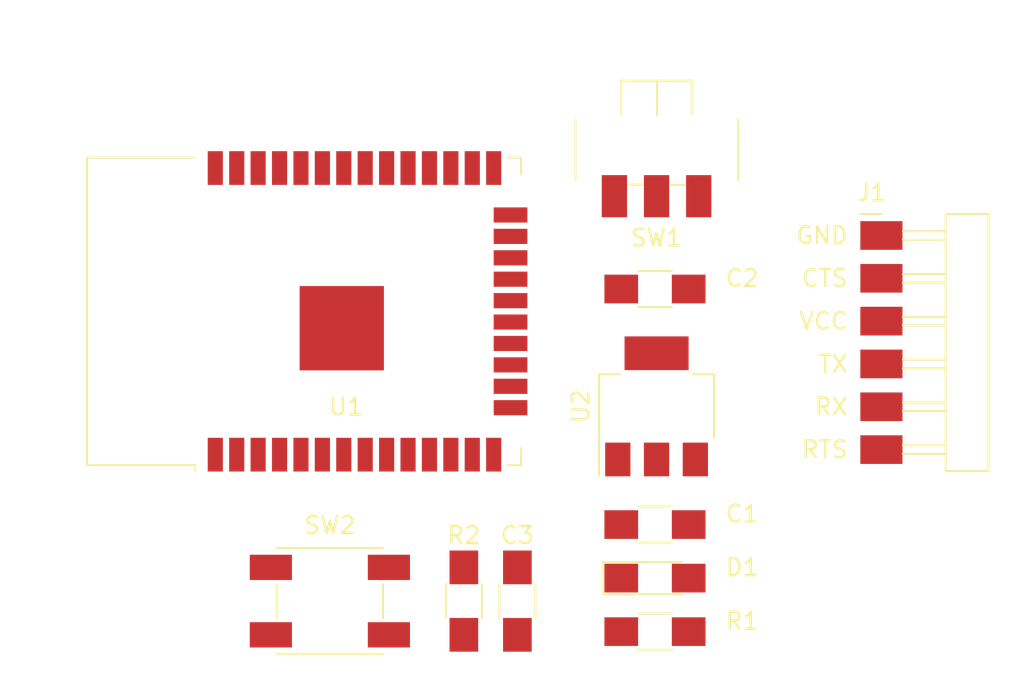
<source format=kicad_pcb>
(kicad_pcb (version 20171130) (host pcbnew "(5.1.10)-1")

  (general
    (thickness 1.6)
    (drawings 0)
    (tracks 0)
    (zones 0)
    (modules 11)
    (nets 42)
  )

  (page A4)
  (title_block
    (title "FA ESP32")
    (date 2021-06-12)
    (rev v01)
    (company SahukarV)
    (comment 2 https://creativecommons.org/licenses/by/4.0/)
    (comment 3 "License: CC BY 4.0")
    (comment 4 "Author: Manoj Sahukar")
  )

  (layers
    (0 F.Cu signal)
    (31 B.Cu signal)
    (32 B.Adhes user)
    (33 F.Adhes user)
    (34 B.Paste user)
    (35 F.Paste user)
    (36 B.SilkS user)
    (37 F.SilkS user)
    (38 B.Mask user)
    (39 F.Mask user)
    (40 Dwgs.User user)
    (41 Cmts.User user)
    (42 Eco1.User user)
    (43 Eco2.User user)
    (44 Edge.Cuts user)
    (45 Margin user)
    (46 B.CrtYd user)
    (47 F.CrtYd user)
    (48 B.Fab user)
    (49 F.Fab user)
  )

  (setup
    (last_trace_width 0.4)
    (trace_clearance 0.2)
    (zone_clearance 0.508)
    (zone_45_only no)
    (trace_min 0.2)
    (via_size 0.8)
    (via_drill 0.4)
    (via_min_size 0.4)
    (via_min_drill 0.3)
    (uvia_size 0.3)
    (uvia_drill 0.1)
    (uvias_allowed no)
    (uvia_min_size 0.2)
    (uvia_min_drill 0.1)
    (edge_width 0.05)
    (segment_width 0.2)
    (pcb_text_width 0.3)
    (pcb_text_size 1.5 1.5)
    (mod_edge_width 0.12)
    (mod_text_size 1 1)
    (mod_text_width 0.15)
    (pad_size 1.524 1.524)
    (pad_drill 0.762)
    (pad_to_mask_clearance 0)
    (aux_axis_origin 0 0)
    (visible_elements 7FFFFFFF)
    (pcbplotparams
      (layerselection 0x010fc_ffffffff)
      (usegerberextensions false)
      (usegerberattributes true)
      (usegerberadvancedattributes true)
      (creategerberjobfile true)
      (excludeedgelayer true)
      (linewidth 0.100000)
      (plotframeref false)
      (viasonmask false)
      (mode 1)
      (useauxorigin false)
      (hpglpennumber 1)
      (hpglpenspeed 20)
      (hpglpendiameter 15.000000)
      (psnegative false)
      (psa4output false)
      (plotreference true)
      (plotvalue true)
      (plotinvisibletext false)
      (padsonsilk false)
      (subtractmaskfromsilk false)
      (outputformat 1)
      (mirror false)
      (drillshape 1)
      (scaleselection 1)
      (outputdirectory ""))
  )

  (net 0 "")
  (net 1 GND)
  (net 2 +3V3)
  (net 3 "Net-(D1-Pad2)")
  (net 4 "Net-(J1-Pad6)")
  (net 5 "Net-(J1-Pad2)")
  (net 6 "Net-(U1-Pad37)")
  (net 7 "Net-(U1-Pad36)")
  (net 8 "Net-(U1-Pad33)")
  (net 9 "Net-(U1-Pad32)")
  (net 10 "Net-(U1-Pad31)")
  (net 11 "Net-(U1-Pad30)")
  (net 12 "Net-(U1-Pad29)")
  (net 13 "Net-(U1-Pad28)")
  (net 14 "Net-(U1-Pad27)")
  (net 15 "Net-(U1-Pad26)")
  (net 16 "Net-(U1-Pad24)")
  (net 17 "Net-(U1-Pad23)")
  (net 18 "Net-(U1-Pad22)")
  (net 19 "Net-(U1-Pad21)")
  (net 20 "Net-(U1-Pad20)")
  (net 21 "Net-(U1-Pad19)")
  (net 22 "Net-(U1-Pad18)")
  (net 23 "Net-(U1-Pad17)")
  (net 24 "Net-(U1-Pad16)")
  (net 25 "Net-(U1-Pad14)")
  (net 26 "Net-(U1-Pad13)")
  (net 27 "Net-(U1-Pad12)")
  (net 28 "Net-(U1-Pad11)")
  (net 29 "Net-(U1-Pad10)")
  (net 30 "Net-(U1-Pad9)")
  (net 31 "Net-(U1-Pad8)")
  (net 32 "Net-(U1-Pad7)")
  (net 33 "Net-(U1-Pad6)")
  (net 34 "Net-(U1-Pad5)")
  (net 35 "Net-(U1-Pad4)")
  (net 36 EN)
  (net 37 VCC)
  (net 38 TXO)
  (net 39 RXI)
  (net 40 "Net-(SW1-Pad1)")
  (net 41 IO0)

  (net_class Default "This is the default net class."
    (clearance 0.2)
    (trace_width 0.4)
    (via_dia 0.8)
    (via_drill 0.4)
    (uvia_dia 0.3)
    (uvia_drill 0.1)
    (add_net +3V3)
    (add_net EN)
    (add_net GND)
    (add_net IO0)
    (add_net "Net-(D1-Pad2)")
    (add_net "Net-(J1-Pad2)")
    (add_net "Net-(J1-Pad6)")
    (add_net "Net-(SW1-Pad1)")
    (add_net "Net-(U1-Pad10)")
    (add_net "Net-(U1-Pad11)")
    (add_net "Net-(U1-Pad12)")
    (add_net "Net-(U1-Pad13)")
    (add_net "Net-(U1-Pad14)")
    (add_net "Net-(U1-Pad16)")
    (add_net "Net-(U1-Pad17)")
    (add_net "Net-(U1-Pad18)")
    (add_net "Net-(U1-Pad19)")
    (add_net "Net-(U1-Pad20)")
    (add_net "Net-(U1-Pad21)")
    (add_net "Net-(U1-Pad22)")
    (add_net "Net-(U1-Pad23)")
    (add_net "Net-(U1-Pad24)")
    (add_net "Net-(U1-Pad26)")
    (add_net "Net-(U1-Pad27)")
    (add_net "Net-(U1-Pad28)")
    (add_net "Net-(U1-Pad29)")
    (add_net "Net-(U1-Pad30)")
    (add_net "Net-(U1-Pad31)")
    (add_net "Net-(U1-Pad32)")
    (add_net "Net-(U1-Pad33)")
    (add_net "Net-(U1-Pad36)")
    (add_net "Net-(U1-Pad37)")
    (add_net "Net-(U1-Pad4)")
    (add_net "Net-(U1-Pad5)")
    (add_net "Net-(U1-Pad6)")
    (add_net "Net-(U1-Pad7)")
    (add_net "Net-(U1-Pad8)")
    (add_net "Net-(U1-Pad9)")
    (add_net RXI)
    (add_net TXO)
    (add_net VCC)
  )

  (module fab:Button_Omron_B3SN_6x6mm (layer F.Cu) (tedit 5EC65B05) (tstamp 60C42BAC)
    (at 133.66 113.125)
    (descr "Surface Mount Tactile Switch for High-Density Packaging")
    (tags "Tactile Switch")
    (path /60C71B91)
    (attr smd)
    (fp_text reference SW2 (at 0 -4.5) (layer F.SilkS)
      (effects (font (size 1 1) (thickness 0.15)))
    )
    (fp_text value BUTTON_B3SN (at 0 4.5) (layer F.Fab)
      (effects (font (size 1 1) (thickness 0.15)))
    )
    (fp_line (start -5 3.7) (end 5 3.7) (layer F.CrtYd) (width 0.05))
    (fp_line (start 5 3.7) (end 5 -3.7) (layer F.CrtYd) (width 0.05))
    (fp_line (start 5 -3.7) (end -5 -3.7) (layer F.CrtYd) (width 0.05))
    (fp_line (start -5 -3.7) (end -5 3.7) (layer F.CrtYd) (width 0.05))
    (fp_line (start -3.15 -3.15) (end 3.15 -3.15) (layer F.SilkS) (width 0.12))
    (fp_line (start -3.15 1) (end -3.15 -1) (layer F.SilkS) (width 0.12))
    (fp_line (start 3.15 3.15) (end -3.15 3.15) (layer F.SilkS) (width 0.12))
    (fp_line (start 3.15 -1) (end 3.15 1) (layer F.SilkS) (width 0.12))
    (fp_circle (center 0 0) (end 1.65 0) (layer F.Fab) (width 0.1))
    (fp_line (start -3 -3) (end 3 -3) (layer F.Fab) (width 0.1))
    (fp_line (start 3 -3) (end 3 3) (layer F.Fab) (width 0.1))
    (fp_line (start 3 3) (end -3 3) (layer F.Fab) (width 0.1))
    (fp_line (start -3 3) (end -3 -3) (layer F.Fab) (width 0.1))
    (fp_text user %R (at 0 -4.5) (layer F.Fab)
      (effects (font (size 1 1) (thickness 0.15)))
    )
    (pad 1 smd rect (at -3.5 -2) (size 2.5 1.5) (layers F.Cu F.Paste F.Mask)
      (net 36 EN))
    (pad 1 smd rect (at 3.5 -2) (size 2.5 1.5) (layers F.Cu F.Paste F.Mask)
      (net 36 EN))
    (pad 2 smd rect (at -3.5 2) (size 2.5 1.5) (layers F.Cu F.Paste F.Mask)
      (net 1 GND))
    (pad 2 smd rect (at 3.5 2) (size 2.5 1.5) (layers F.Cu F.Paste F.Mask)
      (net 1 GND))
    (model ${KISYS3DMOD}/Buttons_Switches_SMD.3dshapes/SW_SPST_B3S-1000.wrl
      (at (xyz 0 0 0))
      (scale (xyz 1 1 1))
      (rotate (xyz 0 0 0))
    )
  )

  (module fab:R_1206 (layer F.Cu) (tedit 60020482) (tstamp 60C59CD7)
    (at 141.605 113.125 270)
    (descr "Resistor SMD 1206, hand soldering")
    (tags "resistor 1206")
    (path /60C7585A)
    (attr smd)
    (fp_text reference R2 (at -3.905 0 180) (layer F.SilkS)
      (effects (font (size 1 1) (thickness 0.15)))
    )
    (fp_text value 10k (at 4.35 0 180) (layer F.Fab)
      (effects (font (size 1 1) (thickness 0.15)))
    )
    (fp_line (start 3.25 1.1) (end -3.25 1.1) (layer F.CrtYd) (width 0.05))
    (fp_line (start 3.25 1.1) (end 3.25 -1.11) (layer F.CrtYd) (width 0.05))
    (fp_line (start -3.25 -1.11) (end -3.25 1.1) (layer F.CrtYd) (width 0.05))
    (fp_line (start -3.25 -1.11) (end 3.25 -1.11) (layer F.CrtYd) (width 0.05))
    (fp_line (start -1 -1.07) (end 1 -1.07) (layer F.SilkS) (width 0.12))
    (fp_line (start 1 1.07) (end -1 1.07) (layer F.SilkS) (width 0.12))
    (fp_line (start -1.6 -0.8) (end 1.6 -0.8) (layer F.Fab) (width 0.1))
    (fp_line (start 1.6 -0.8) (end 1.6 0.8) (layer F.Fab) (width 0.1))
    (fp_line (start 1.6 0.8) (end -1.6 0.8) (layer F.Fab) (width 0.1))
    (fp_line (start -1.6 0.8) (end -1.6 -0.8) (layer F.Fab) (width 0.1))
    (fp_text user %R (at 0 0 90) (layer F.Fab)
      (effects (font (size 0.7 0.7) (thickness 0.105)))
    )
    (pad 1 smd rect (at -2 0 270) (size 2 1.7) (layers F.Cu F.Paste F.Mask)
      (net 36 EN))
    (pad 2 smd rect (at 2 0 270) (size 2 1.7) (layers F.Cu F.Paste F.Mask)
      (net 2 +3V3))
    (model ${FAB}/fab.3dshapes/R_1206.step
      (at (xyz 0 0 0))
      (scale (xyz 1 1 1))
      (rotate (xyz 0 0 0))
    )
  )

  (module fab:C_1206 (layer F.Cu) (tedit 6002C54C) (tstamp 60C5C43C)
    (at 144.78 113.125 270)
    (descr "Capacitor SMD 1206, hand soldering")
    (tags "capacitor 1206")
    (path /60C78D78)
    (attr smd)
    (fp_text reference C3 (at -3.905 0 180) (layer F.SilkS)
      (effects (font (size 1 1) (thickness 0.15)))
    )
    (fp_text value 0.1uF (at 4.35 -1.27 180) (layer F.Fab)
      (effects (font (size 1 1) (thickness 0.15)))
    )
    (fp_line (start 3.25 1.1) (end -3.25 1.1) (layer F.CrtYd) (width 0.05))
    (fp_line (start 3.25 1.1) (end 3.25 -1.11) (layer F.CrtYd) (width 0.05))
    (fp_line (start -3.25 -1.11) (end -3.25 1.1) (layer F.CrtYd) (width 0.05))
    (fp_line (start -3.25 -1.11) (end 3.25 -1.11) (layer F.CrtYd) (width 0.05))
    (fp_line (start -1 -1.07) (end 1 -1.07) (layer F.SilkS) (width 0.12))
    (fp_line (start 1 1.07) (end -1 1.07) (layer F.SilkS) (width 0.12))
    (fp_line (start -1.6 -0.8) (end 1.6 -0.8) (layer F.Fab) (width 0.1))
    (fp_line (start 1.6 -0.8) (end 1.6 0.8) (layer F.Fab) (width 0.1))
    (fp_line (start 1.6 0.8) (end -1.6 0.8) (layer F.Fab) (width 0.1))
    (fp_line (start -1.6 0.8) (end -1.6 -0.8) (layer F.Fab) (width 0.1))
    (fp_text user %R (at 0 0 90) (layer F.Fab)
      (effects (font (size 0.7 0.7) (thickness 0.105)))
    )
    (pad 1 smd rect (at -2 0 270) (size 2 1.7) (layers F.Cu F.Paste F.Mask)
      (net 36 EN))
    (pad 2 smd rect (at 2 0 270) (size 2 1.7) (layers F.Cu F.Paste F.Mask)
      (net 1 GND))
    (model ${FAB}/fab.3dshapes/C_1206.step
      (at (xyz 0 0 0))
      (scale (xyz 1 1 1))
      (rotate (xyz 0 0 0))
    )
  )

  (module Package_TO_SOT_SMD:SOT-223-3_TabPin2 (layer F.Cu) (tedit 5A02FF57) (tstamp 60C5ADE7)
    (at 153.035 101.575 90)
    (descr "module CMS SOT223 4 pins")
    (tags "CMS SOT")
    (path /60C3D08B)
    (attr smd)
    (fp_text reference U2 (at 0 -4.5 90) (layer F.SilkS)
      (effects (font (size 1 1) (thickness 0.15)))
    )
    (fp_text value AMS1117-3.3 (at 0 4.5 90) (layer F.Fab)
      (effects (font (size 1 1) (thickness 0.15)))
    )
    (fp_line (start 1.85 -3.35) (end 1.85 3.35) (layer F.Fab) (width 0.1))
    (fp_line (start -1.85 3.35) (end 1.85 3.35) (layer F.Fab) (width 0.1))
    (fp_line (start -4.1 -3.41) (end 1.91 -3.41) (layer F.SilkS) (width 0.12))
    (fp_line (start -0.85 -3.35) (end 1.85 -3.35) (layer F.Fab) (width 0.1))
    (fp_line (start -1.85 3.41) (end 1.91 3.41) (layer F.SilkS) (width 0.12))
    (fp_line (start -1.85 -2.35) (end -1.85 3.35) (layer F.Fab) (width 0.1))
    (fp_line (start -1.85 -2.35) (end -0.85 -3.35) (layer F.Fab) (width 0.1))
    (fp_line (start -4.4 -3.6) (end -4.4 3.6) (layer F.CrtYd) (width 0.05))
    (fp_line (start -4.4 3.6) (end 4.4 3.6) (layer F.CrtYd) (width 0.05))
    (fp_line (start 4.4 3.6) (end 4.4 -3.6) (layer F.CrtYd) (width 0.05))
    (fp_line (start 4.4 -3.6) (end -4.4 -3.6) (layer F.CrtYd) (width 0.05))
    (fp_line (start 1.91 -3.41) (end 1.91 -2.15) (layer F.SilkS) (width 0.12))
    (fp_line (start 1.91 3.41) (end 1.91 2.15) (layer F.SilkS) (width 0.12))
    (fp_text user %R (at 0 0 180) (layer F.Fab)
      (effects (font (size 0.8 0.8) (thickness 0.12)))
    )
    (pad 1 smd rect (at -3.15 -2.3 90) (size 2 1.5) (layers F.Cu F.Paste F.Mask)
      (net 1 GND))
    (pad 3 smd rect (at -3.15 2.3 90) (size 2 1.5) (layers F.Cu F.Paste F.Mask)
      (net 37 VCC))
    (pad 2 smd rect (at -3.15 0 90) (size 2 1.5) (layers F.Cu F.Paste F.Mask)
      (net 2 +3V3))
    (pad 2 smd rect (at 3.15 0 90) (size 2 3.8) (layers F.Cu F.Paste F.Mask)
      (net 2 +3V3))
    (model ${KISYS3DMOD}/Package_TO_SOT_SMD.3dshapes/SOT-223.wrl
      (at (xyz 0 0 0))
      (scale (xyz 1 1 1))
      (rotate (xyz 0 0 0))
    )
  )

  (module RF_Module:ESP32-WROOM-32 (layer F.Cu) (tedit 5B5B4654) (tstamp 60C5CD8E)
    (at 135.12 95.94 90)
    (descr "Single 2.4 GHz Wi-Fi and Bluetooth combo chip https://www.espressif.com/sites/default/files/documentation/esp32-wroom-32_datasheet_en.pdf")
    (tags "Single 2.4 GHz Wi-Fi and Bluetooth combo  chip")
    (path /60C3ACFA)
    (attr smd)
    (fp_text reference U1 (at -5.66 -0.5) (layer F.SilkS)
      (effects (font (size 1 1) (thickness 0.15)))
    )
    (fp_text value ESP32-WROOM-32 (at 4.5 -0.5 180) (layer F.Fab)
      (effects (font (size 1 1) (thickness 0.15)))
    )
    (fp_line (start -14 -9.97) (end -14 -20.75) (layer Dwgs.User) (width 0.1))
    (fp_line (start 9 9.76) (end 9 -15.745) (layer F.Fab) (width 0.1))
    (fp_line (start -9 9.76) (end 9 9.76) (layer F.Fab) (width 0.1))
    (fp_line (start -9 -15.745) (end -9 -10.02) (layer F.Fab) (width 0.1))
    (fp_line (start -9 -15.745) (end 9 -15.745) (layer F.Fab) (width 0.1))
    (fp_line (start -9.75 10.5) (end -9.75 -9.72) (layer F.CrtYd) (width 0.05))
    (fp_line (start -9.75 10.5) (end 9.75 10.5) (layer F.CrtYd) (width 0.05))
    (fp_line (start 9.75 -9.72) (end 9.75 10.5) (layer F.CrtYd) (width 0.05))
    (fp_line (start -14.25 -21) (end 14.25 -21) (layer F.CrtYd) (width 0.05))
    (fp_line (start -9 -9.02) (end -9 9.76) (layer F.Fab) (width 0.1))
    (fp_line (start -8.5 -9.52) (end -9 -10.02) (layer F.Fab) (width 0.1))
    (fp_line (start -9 -9.02) (end -8.5 -9.52) (layer F.Fab) (width 0.1))
    (fp_line (start 14 -9.97) (end -14 -9.97) (layer Dwgs.User) (width 0.1))
    (fp_line (start 14 -9.97) (end 14 -20.75) (layer Dwgs.User) (width 0.1))
    (fp_line (start 14 -20.75) (end -14 -20.75) (layer Dwgs.User) (width 0.1))
    (fp_line (start -14.25 -21) (end -14.25 -9.72) (layer F.CrtYd) (width 0.05))
    (fp_line (start 14.25 -21) (end 14.25 -9.72) (layer F.CrtYd) (width 0.05))
    (fp_line (start -14.25 -9.72) (end -9.75 -9.72) (layer F.CrtYd) (width 0.05))
    (fp_line (start 9.75 -9.72) (end 14.25 -9.72) (layer F.CrtYd) (width 0.05))
    (fp_line (start -12.525 -20.75) (end -14 -19.66) (layer Dwgs.User) (width 0.1))
    (fp_line (start -10.525 -20.75) (end -14 -18.045) (layer Dwgs.User) (width 0.1))
    (fp_line (start -8.525 -20.75) (end -14 -16.43) (layer Dwgs.User) (width 0.1))
    (fp_line (start -6.525 -20.75) (end -14 -14.815) (layer Dwgs.User) (width 0.1))
    (fp_line (start -4.525 -20.75) (end -14 -13.2) (layer Dwgs.User) (width 0.1))
    (fp_line (start -2.525 -20.75) (end -14 -11.585) (layer Dwgs.User) (width 0.1))
    (fp_line (start -0.525 -20.75) (end -14 -9.97) (layer Dwgs.User) (width 0.1))
    (fp_line (start 1.475 -20.75) (end -12 -9.97) (layer Dwgs.User) (width 0.1))
    (fp_line (start 3.475 -20.75) (end -10 -9.97) (layer Dwgs.User) (width 0.1))
    (fp_line (start -8 -9.97) (end 5.475 -20.75) (layer Dwgs.User) (width 0.1))
    (fp_line (start 7.475 -20.75) (end -6 -9.97) (layer Dwgs.User) (width 0.1))
    (fp_line (start 9.475 -20.75) (end -4 -9.97) (layer Dwgs.User) (width 0.1))
    (fp_line (start 11.475 -20.75) (end -2 -9.97) (layer Dwgs.User) (width 0.1))
    (fp_line (start 13.475 -20.75) (end 0 -9.97) (layer Dwgs.User) (width 0.1))
    (fp_line (start 14 -19.66) (end 2 -9.97) (layer Dwgs.User) (width 0.1))
    (fp_line (start 14 -18.045) (end 4 -9.97) (layer Dwgs.User) (width 0.1))
    (fp_line (start 14 -16.43) (end 6 -9.97) (layer Dwgs.User) (width 0.1))
    (fp_line (start 14 -14.815) (end 8 -9.97) (layer Dwgs.User) (width 0.1))
    (fp_line (start 14 -13.2) (end 10 -9.97) (layer Dwgs.User) (width 0.1))
    (fp_line (start 14 -11.585) (end 12 -9.97) (layer Dwgs.User) (width 0.1))
    (fp_line (start 9.2 -13.875) (end 13.8 -13.875) (layer Cmts.User) (width 0.1))
    (fp_line (start 13.8 -13.875) (end 13.6 -14.075) (layer Cmts.User) (width 0.1))
    (fp_line (start 13.8 -13.875) (end 13.6 -13.675) (layer Cmts.User) (width 0.1))
    (fp_line (start 9.2 -13.875) (end 9.4 -14.075) (layer Cmts.User) (width 0.1))
    (fp_line (start 9.2 -13.875) (end 9.4 -13.675) (layer Cmts.User) (width 0.1))
    (fp_line (start -13.8 -13.875) (end -13.6 -14.075) (layer Cmts.User) (width 0.1))
    (fp_line (start -13.8 -13.875) (end -13.6 -13.675) (layer Cmts.User) (width 0.1))
    (fp_line (start -9.2 -13.875) (end -9.4 -13.675) (layer Cmts.User) (width 0.1))
    (fp_line (start -13.8 -13.875) (end -9.2 -13.875) (layer Cmts.User) (width 0.1))
    (fp_line (start -9.2 -13.875) (end -9.4 -14.075) (layer Cmts.User) (width 0.1))
    (fp_line (start 8.4 -16) (end 8.2 -16.2) (layer Cmts.User) (width 0.1))
    (fp_line (start 8.4 -16) (end 8.6 -16.2) (layer Cmts.User) (width 0.1))
    (fp_line (start 8.4 -20.6) (end 8.6 -20.4) (layer Cmts.User) (width 0.1))
    (fp_line (start 8.4 -16) (end 8.4 -20.6) (layer Cmts.User) (width 0.1))
    (fp_line (start 8.4 -20.6) (end 8.2 -20.4) (layer Cmts.User) (width 0.1))
    (fp_line (start -9.12 9.1) (end -9.12 9.88) (layer F.SilkS) (width 0.12))
    (fp_line (start -9.12 9.88) (end -8.12 9.88) (layer F.SilkS) (width 0.12))
    (fp_line (start 9.12 9.1) (end 9.12 9.88) (layer F.SilkS) (width 0.12))
    (fp_line (start 9.12 9.88) (end 8.12 9.88) (layer F.SilkS) (width 0.12))
    (fp_line (start -9.12 -15.865) (end 9.12 -15.865) (layer F.SilkS) (width 0.12))
    (fp_line (start 9.12 -15.865) (end 9.12 -9.445) (layer F.SilkS) (width 0.12))
    (fp_line (start -9.12 -15.865) (end -9.12 -9.445) (layer F.SilkS) (width 0.12))
    (fp_line (start -9.12 -9.445) (end -9.5 -9.445) (layer F.SilkS) (width 0.12))
    (fp_text user %R (at 0 0 270) (layer F.Fab)
      (effects (font (size 1 1) (thickness 0.15)))
    )
    (fp_text user "KEEP-OUT ZONE" (at 0 -19 90) (layer Cmts.User)
      (effects (font (size 1 1) (thickness 0.15)))
    )
    (fp_text user Antenna (at 0 -13 90) (layer Cmts.User)
      (effects (font (size 1 1) (thickness 0.15)))
    )
    (fp_text user "5 mm" (at 11.8 -14.375 90) (layer Cmts.User)
      (effects (font (size 0.5 0.5) (thickness 0.1)))
    )
    (fp_text user "5 mm" (at -11.2 -14.375 90) (layer Cmts.User)
      (effects (font (size 0.5 0.5) (thickness 0.1)))
    )
    (fp_text user "5 mm" (at 7.8 -19.075) (layer Cmts.User)
      (effects (font (size 0.5 0.5) (thickness 0.1)))
    )
    (pad 39 smd rect (at -1 -0.755 90) (size 5 5) (layers F.Cu F.Paste F.Mask)
      (net 1 GND))
    (pad 1 smd rect (at -8.5 -8.255 90) (size 2 0.9) (layers F.Cu F.Paste F.Mask)
      (net 1 GND))
    (pad 2 smd rect (at -8.5 -6.985 90) (size 2 0.9) (layers F.Cu F.Paste F.Mask)
      (net 2 +3V3))
    (pad 3 smd rect (at -8.5 -5.715 90) (size 2 0.9) (layers F.Cu F.Paste F.Mask)
      (net 36 EN))
    (pad 4 smd rect (at -8.5 -4.445 90) (size 2 0.9) (layers F.Cu F.Paste F.Mask)
      (net 35 "Net-(U1-Pad4)"))
    (pad 5 smd rect (at -8.5 -3.175 90) (size 2 0.9) (layers F.Cu F.Paste F.Mask)
      (net 34 "Net-(U1-Pad5)"))
    (pad 6 smd rect (at -8.5 -1.905 90) (size 2 0.9) (layers F.Cu F.Paste F.Mask)
      (net 33 "Net-(U1-Pad6)"))
    (pad 7 smd rect (at -8.5 -0.635 90) (size 2 0.9) (layers F.Cu F.Paste F.Mask)
      (net 32 "Net-(U1-Pad7)"))
    (pad 8 smd rect (at -8.5 0.635 90) (size 2 0.9) (layers F.Cu F.Paste F.Mask)
      (net 31 "Net-(U1-Pad8)"))
    (pad 9 smd rect (at -8.5 1.905 90) (size 2 0.9) (layers F.Cu F.Paste F.Mask)
      (net 30 "Net-(U1-Pad9)"))
    (pad 10 smd rect (at -8.5 3.175 90) (size 2 0.9) (layers F.Cu F.Paste F.Mask)
      (net 29 "Net-(U1-Pad10)"))
    (pad 11 smd rect (at -8.5 4.445 90) (size 2 0.9) (layers F.Cu F.Paste F.Mask)
      (net 28 "Net-(U1-Pad11)"))
    (pad 12 smd rect (at -8.5 5.715 90) (size 2 0.9) (layers F.Cu F.Paste F.Mask)
      (net 27 "Net-(U1-Pad12)"))
    (pad 13 smd rect (at -8.5 6.985 90) (size 2 0.9) (layers F.Cu F.Paste F.Mask)
      (net 26 "Net-(U1-Pad13)"))
    (pad 14 smd rect (at -8.5 8.255 90) (size 2 0.9) (layers F.Cu F.Paste F.Mask)
      (net 25 "Net-(U1-Pad14)"))
    (pad 15 smd rect (at -5.715 9.255 180) (size 2 0.9) (layers F.Cu F.Paste F.Mask)
      (net 1 GND))
    (pad 16 smd rect (at -4.445 9.255 180) (size 2 0.9) (layers F.Cu F.Paste F.Mask)
      (net 24 "Net-(U1-Pad16)"))
    (pad 17 smd rect (at -3.175 9.255 180) (size 2 0.9) (layers F.Cu F.Paste F.Mask)
      (net 23 "Net-(U1-Pad17)"))
    (pad 18 smd rect (at -1.905 9.255 180) (size 2 0.9) (layers F.Cu F.Paste F.Mask)
      (net 22 "Net-(U1-Pad18)"))
    (pad 19 smd rect (at -0.635 9.255 180) (size 2 0.9) (layers F.Cu F.Paste F.Mask)
      (net 21 "Net-(U1-Pad19)"))
    (pad 20 smd rect (at 0.635 9.255 180) (size 2 0.9) (layers F.Cu F.Paste F.Mask)
      (net 20 "Net-(U1-Pad20)"))
    (pad 21 smd rect (at 1.905 9.255 180) (size 2 0.9) (layers F.Cu F.Paste F.Mask)
      (net 19 "Net-(U1-Pad21)"))
    (pad 22 smd rect (at 3.175 9.255 180) (size 2 0.9) (layers F.Cu F.Paste F.Mask)
      (net 18 "Net-(U1-Pad22)"))
    (pad 23 smd rect (at 4.445 9.255 180) (size 2 0.9) (layers F.Cu F.Paste F.Mask)
      (net 17 "Net-(U1-Pad23)"))
    (pad 24 smd rect (at 5.715 9.255 180) (size 2 0.9) (layers F.Cu F.Paste F.Mask)
      (net 16 "Net-(U1-Pad24)"))
    (pad 25 smd rect (at 8.5 8.255 90) (size 2 0.9) (layers F.Cu F.Paste F.Mask)
      (net 41 IO0))
    (pad 26 smd rect (at 8.5 6.985 90) (size 2 0.9) (layers F.Cu F.Paste F.Mask)
      (net 15 "Net-(U1-Pad26)"))
    (pad 27 smd rect (at 8.5 5.715 90) (size 2 0.9) (layers F.Cu F.Paste F.Mask)
      (net 14 "Net-(U1-Pad27)"))
    (pad 28 smd rect (at 8.5 4.445 90) (size 2 0.9) (layers F.Cu F.Paste F.Mask)
      (net 13 "Net-(U1-Pad28)"))
    (pad 29 smd rect (at 8.5 3.175 90) (size 2 0.9) (layers F.Cu F.Paste F.Mask)
      (net 12 "Net-(U1-Pad29)"))
    (pad 30 smd rect (at 8.5 1.905 90) (size 2 0.9) (layers F.Cu F.Paste F.Mask)
      (net 11 "Net-(U1-Pad30)"))
    (pad 31 smd rect (at 8.5 0.635 90) (size 2 0.9) (layers F.Cu F.Paste F.Mask)
      (net 10 "Net-(U1-Pad31)"))
    (pad 32 smd rect (at 8.5 -0.635 90) (size 2 0.9) (layers F.Cu F.Paste F.Mask)
      (net 9 "Net-(U1-Pad32)"))
    (pad 33 smd rect (at 8.5 -1.905 90) (size 2 0.9) (layers F.Cu F.Paste F.Mask)
      (net 8 "Net-(U1-Pad33)"))
    (pad 34 smd rect (at 8.5 -3.175 90) (size 2 0.9) (layers F.Cu F.Paste F.Mask)
      (net 38 TXO))
    (pad 35 smd rect (at 8.5 -4.445 90) (size 2 0.9) (layers F.Cu F.Paste F.Mask)
      (net 39 RXI))
    (pad 36 smd rect (at 8.5 -5.715 90) (size 2 0.9) (layers F.Cu F.Paste F.Mask)
      (net 7 "Net-(U1-Pad36)"))
    (pad 37 smd rect (at 8.5 -6.985 90) (size 2 0.9) (layers F.Cu F.Paste F.Mask)
      (net 6 "Net-(U1-Pad37)"))
    (pad 38 smd rect (at 8.5 -8.255 90) (size 2 0.9) (layers F.Cu F.Paste F.Mask)
      (net 1 GND))
    (model ${KISYS3DMOD}/RF_Module.3dshapes/ESP32-WROOM-32.wrl
      (at (xyz 0 0 0))
      (scale (xyz 1 1 1))
      (rotate (xyz 0 0 0))
    )
  )

  (module fab:Switch_SPDT_C&K_JS102011JCQN_9x3.6mm_P2.5mm (layer F.Cu) (tedit 5EC66980) (tstamp 60C5AE66)
    (at 153.035 86.36 180)
    (descr http://www.ckswitches.com/media/1422/js.pdf)
    (tags "switch spdt")
    (path /60C428DB)
    (attr smd)
    (fp_text reference SW1 (at 0.01 -5.22) (layer F.SilkS)
      (effects (font (size 1 1) (thickness 0.15)))
    )
    (fp_text value SWITCH_JS102011JCQN (at 0 6.35) (layer F.Fab)
      (effects (font (size 1 1) (thickness 0.15)))
    )
    (fp_line (start 0.8 -2.07) (end 1.69 -2.07) (layer F.SilkS) (width 0.12))
    (fp_line (start -1.7 -2.08) (end -0.81 -2.08) (layer F.SilkS) (width 0.12))
    (fp_line (start -0.03 2.06) (end -0.03 4.09) (layer F.SilkS) (width 0.12))
    (fp_line (start 2.09 4.1) (end 2.09 2.09) (layer F.SilkS) (width 0.12))
    (fp_line (start -2.08 4.1) (end 2.09 4.1) (layer F.SilkS) (width 0.12))
    (fp_line (start -2.08 2.12) (end -2.08 4.1) (layer F.SilkS) (width 0.12))
    (fp_line (start 4.81 -1.83) (end 4.81 1.8) (layer F.SilkS) (width 0.12))
    (fp_line (start -4.84 -1.8) (end -4.84 1.81) (layer F.SilkS) (width 0.12))
    (fp_line (start 4.84 -2.1) (end 3.5 -2.1) (layer F.CrtYd) (width 0.05))
    (fp_line (start 4.84 2.11) (end 4.84 -2.1) (layer F.CrtYd) (width 0.05))
    (fp_line (start 2.08 2.11) (end 4.84 2.11) (layer F.CrtYd) (width 0.05))
    (fp_line (start 2.08 4.13) (end 2.08 2.11) (layer F.CrtYd) (width 0.05))
    (fp_line (start -2.07 4.13) (end 2.08 4.13) (layer F.CrtYd) (width 0.05))
    (fp_line (start -2.07 2.11) (end -2.07 4.13) (layer F.CrtYd) (width 0.05))
    (fp_line (start -4.81 2.11) (end -2.07 2.11) (layer F.CrtYd) (width 0.05))
    (fp_line (start -4.81 -2.08) (end -4.81 2.11) (layer F.CrtYd) (width 0.05))
    (fp_line (start -3.5 -2.08) (end -4.81 -2.08) (layer F.CrtYd) (width 0.05))
    (fp_line (start 1.75 3.8) (end 1.75 1.8) (layer F.Fab) (width 0.1))
    (fp_line (start -0.25 3.8) (end -0.25 1.8) (layer F.Fab) (width 0.1))
    (fp_line (start -1.75 3.8) (end -1.75 1.8) (layer F.Fab) (width 0.1))
    (fp_line (start 3.5 -4.29) (end -3.5 -4.29) (layer F.CrtYd) (width 0.05))
    (fp_line (start -4.5 -1.8) (end -4.5 1.8) (layer F.Fab) (width 0.1))
    (fp_line (start 4.5 1.8) (end -4.5 1.8) (layer F.Fab) (width 0.1))
    (fp_line (start 4.5 -1.8) (end 4.5 1.8) (layer F.Fab) (width 0.1))
    (fp_line (start -4.5 -1.8) (end 4.5 -1.8) (layer F.Fab) (width 0.1))
    (fp_line (start -1.75 3.8) (end -0.25 3.8) (layer F.Fab) (width 0.1))
    (fp_line (start 3.5 -4.29) (end 3.5 -2.1) (layer F.CrtYd) (width 0.05))
    (fp_line (start -3.5 -2.08) (end -3.5 -4.29) (layer F.CrtYd) (width 0.05))
    (fp_text user %R (at 0 0) (layer F.Fab)
      (effects (font (size 1 1) (thickness 0.15)))
    )
    (pad "" np_thru_hole circle (at 3.4 0 180) (size 0.9 0.9) (drill 0.9) (layers *.Cu *.Mask))
    (pad "" np_thru_hole circle (at -3.4 0 180) (size 0.9 0.9) (drill 0.9) (layers *.Cu *.Mask))
    (pad 3 smd rect (at 2.5 -2.75 180) (size 1.5 2.5) (layers F.Cu F.Paste F.Mask)
      (net 41 IO0))
    (pad 2 smd rect (at 0 -2.75 180) (size 1.5 2.5) (layers F.Cu F.Paste F.Mask)
      (net 1 GND))
    (pad 1 smd rect (at -2.5 -2.75 180) (size 1.5 2.5) (layers F.Cu F.Paste F.Mask)
      (net 40 "Net-(SW1-Pad1)"))
    (model ${KISYS3DMOD}/Buttons_Switches_SMD.3dshapes/SW_SPDT_CK-JS102011SAQN.wrl
      (at (xyz 0 0 0))
      (scale (xyz 1 1 1))
      (rotate (xyz 0 0 0))
    )
  )

  (module fab:R_1206 (layer F.Cu) (tedit 60020482) (tstamp 60C5BE10)
    (at 152.94 114.935 180)
    (descr "Resistor SMD 1206, hand soldering")
    (tags "resistor 1206")
    (path /60C422AB)
    (attr smd)
    (fp_text reference R1 (at -5.175 0.635) (layer F.SilkS)
      (effects (font (size 1 1) (thickness 0.15)))
    )
    (fp_text value 100 (at -5.175 -0.635) (layer F.Fab)
      (effects (font (size 1 1) (thickness 0.15)))
    )
    (fp_line (start 3.25 1.1) (end -3.25 1.1) (layer F.CrtYd) (width 0.05))
    (fp_line (start 3.25 1.1) (end 3.25 -1.11) (layer F.CrtYd) (width 0.05))
    (fp_line (start -3.25 -1.11) (end -3.25 1.1) (layer F.CrtYd) (width 0.05))
    (fp_line (start -3.25 -1.11) (end 3.25 -1.11) (layer F.CrtYd) (width 0.05))
    (fp_line (start -1 -1.07) (end 1 -1.07) (layer F.SilkS) (width 0.12))
    (fp_line (start 1 1.07) (end -1 1.07) (layer F.SilkS) (width 0.12))
    (fp_line (start -1.6 -0.8) (end 1.6 -0.8) (layer F.Fab) (width 0.1))
    (fp_line (start 1.6 -0.8) (end 1.6 0.8) (layer F.Fab) (width 0.1))
    (fp_line (start 1.6 0.8) (end -1.6 0.8) (layer F.Fab) (width 0.1))
    (fp_line (start -1.6 0.8) (end -1.6 -0.8) (layer F.Fab) (width 0.1))
    (fp_text user %R (at 0 0) (layer F.Fab)
      (effects (font (size 0.7 0.7) (thickness 0.105)))
    )
    (pad 1 smd rect (at -2 0 180) (size 2 1.7) (layers F.Cu F.Paste F.Mask)
      (net 3 "Net-(D1-Pad2)"))
    (pad 2 smd rect (at 2 0 180) (size 2 1.7) (layers F.Cu F.Paste F.Mask)
      (net 1 GND))
    (model ${FAB}/fab.3dshapes/R_1206.step
      (at (xyz 0 0 0))
      (scale (xyz 1 1 1))
      (rotate (xyz 0 0 0))
    )
  )

  (module fab:PinHeader_FTDI_01x06_P2.54mm_Horizontal_SMD (layer F.Cu) (tedit 60851AE4) (tstamp 60C3D37B)
    (at 166.37 91.44)
    (descr https://s3.amazonaws.com/catalogspreads-pdf/PAGE112-113%20.100%20MALE%20HDR.pdf)
    (tags "horizontal pin header SMD 2.54mm")
    (path /60C46368)
    (attr smd)
    (fp_text reference J1 (at -1.524 -2.54 180) (layer F.SilkS)
      (effects (font (size 1 1) (thickness 0.15)) (justify left))
    )
    (fp_text value Conn_PinHeader_FTDI_1x06_P2.54mm_Horizontal_SMD (at 7.62 6.35 90) (layer F.Fab)
      (effects (font (size 1 1) (thickness 0.15)))
    )
    (fp_line (start 6.4 -1.8) (end -1.8 -1.8) (layer F.CrtYd) (width 0.05))
    (fp_line (start 6.4 14.5) (end 6.4 -1.8) (layer F.CrtYd) (width 0.05))
    (fp_line (start -1.8 14.5) (end 6.4 14.5) (layer F.CrtYd) (width 0.05))
    (fp_line (start -1.8 -1.8) (end -1.8 14.5) (layer F.CrtYd) (width 0.05))
    (fp_line (start -1.27 -1.27) (end 0 -1.27) (layer F.SilkS) (width 0.12))
    (fp_line (start 3.8 13.97) (end 3.8 -1.27) (layer F.Fab) (width 0.1))
    (fp_line (start 3.8 -1.27) (end 6.34 -1.27) (layer F.Fab) (width 0.1))
    (fp_line (start 3.8 13.97) (end 6.35 13.97) (layer F.Fab) (width 0.1))
    (fp_line (start 6.34 -1.27) (end 6.35 13.97) (layer F.Fab) (width 0.1))
    (fp_line (start 3.81 0) (end -0.635 0) (layer F.Fab) (width 0.1))
    (fp_line (start 3.81 2.54) (end -0.635 2.54) (layer F.Fab) (width 0.1))
    (fp_line (start 3.81 5.08) (end -0.635 5.08) (layer F.Fab) (width 0.1))
    (fp_line (start 3.81 7.62) (end -0.635 7.62) (layer F.Fab) (width 0.1))
    (fp_line (start 3.81 10.16) (end -0.635 10.16) (layer F.Fab) (width 0.1))
    (fp_line (start 3.81 12.7) (end -0.635 12.7) (layer F.Fab) (width 0.1))
    (fp_line (start 3.81 -1.27) (end 6.35 -1.27) (layer F.SilkS) (width 0.12))
    (fp_line (start 6.35 -1.27) (end 6.35 13.97) (layer F.SilkS) (width 0.12))
    (fp_line (start 6.35 13.97) (end 3.81 13.97) (layer F.SilkS) (width 0.12))
    (fp_line (start 3.81 13.97) (end 3.81 -1.27) (layer F.SilkS) (width 0.12))
    (fp_line (start 3.81 -0.254) (end 1.27 -0.254) (layer F.SilkS) (width 0.12))
    (fp_line (start 3.81 0.254) (end 1.27 0.254) (layer F.SilkS) (width 0.12))
    (fp_line (start 3.81 2.286) (end 1.27 2.286) (layer F.SilkS) (width 0.12))
    (fp_line (start 3.81 2.794) (end 1.27 2.794) (layer F.SilkS) (width 0.12))
    (fp_line (start 3.81 4.826) (end 1.27 4.826) (layer F.SilkS) (width 0.12))
    (fp_line (start 3.81 5.334) (end 1.27 5.334) (layer F.SilkS) (width 0.12))
    (fp_line (start 3.81 7.366) (end 1.27 7.366) (layer F.SilkS) (width 0.12))
    (fp_line (start 3.81 7.874) (end 1.27 7.874) (layer F.SilkS) (width 0.12))
    (fp_line (start 3.81 9.906) (end 1.27 9.906) (layer F.SilkS) (width 0.12))
    (fp_line (start 3.81 10.414) (end 1.27 10.414) (layer F.SilkS) (width 0.12))
    (fp_line (start 3.81 12.446) (end 1.27 12.446) (layer F.SilkS) (width 0.12))
    (fp_line (start 3.81 12.954) (end 1.27 12.954) (layer F.SilkS) (width 0.12))
    (fp_line (start -0.635 -0.254) (end -0.635 0.254) (layer F.Fab) (width 0.1))
    (fp_line (start -0.635 2.286) (end -0.635 2.794) (layer F.Fab) (width 0.1))
    (fp_line (start -0.635 4.826) (end -0.635 5.334) (layer F.Fab) (width 0.1))
    (fp_line (start -0.635 7.366) (end -0.635 7.874) (layer F.Fab) (width 0.1))
    (fp_line (start -0.635 9.906) (end -0.635 10.414) (layer F.Fab) (width 0.1))
    (fp_line (start -0.635 12.446) (end -0.635 12.954) (layer F.Fab) (width 0.1))
    (fp_text user %R (at 2.6 6.1 90) (layer F.Fab)
      (effects (font (size 1 1) (thickness 0.15)))
    )
    (fp_text user GND (at -1.905 0) (layer F.SilkS)
      (effects (font (size 1 1) (thickness 0.15)) (justify right))
    )
    (fp_text user CTS (at -1.905 2.54) (layer F.SilkS)
      (effects (font (size 1 1) (thickness 0.15)) (justify right))
    )
    (fp_text user VCC (at -1.905 5.08) (layer F.SilkS)
      (effects (font (size 1 1) (thickness 0.15)) (justify right))
    )
    (fp_text user TX (at -1.905 7.62) (layer F.SilkS)
      (effects (font (size 1 1) (thickness 0.15)) (justify right))
    )
    (fp_text user RX (at -1.905 10.16) (layer F.SilkS)
      (effects (font (size 1 1) (thickness 0.15)) (justify right))
    )
    (fp_text user RTS (at -1.905 12.7) (layer F.SilkS)
      (effects (font (size 1 1) (thickness 0.15)) (justify right))
    )
    (pad 1 smd rect (at 0 0) (size 2.5 1.7) (layers F.Cu F.Paste F.Mask)
      (net 1 GND))
    (pad 2 smd rect (at 0 2.54) (size 2.5 1.7) (layers F.Cu F.Paste F.Mask)
      (net 5 "Net-(J1-Pad2)"))
    (pad 3 smd rect (at 0 5.08) (size 2.5 1.7) (layers F.Cu F.Paste F.Mask)
      (net 37 VCC))
    (pad 4 smd rect (at 0 7.62) (size 2.5 1.7) (layers F.Cu F.Paste F.Mask)
      (net 38 TXO))
    (pad 5 smd rect (at 0 10.16) (size 2.5 1.7) (layers F.Cu F.Paste F.Mask)
      (net 39 RXI))
    (pad 6 smd rect (at 0 12.7) (size 2.5 1.7) (layers F.Cu F.Paste F.Mask)
      (net 4 "Net-(J1-Pad6)"))
    (model ${FAB}/fab.3dshapes/Header_SMD_01x06_P2.54mm_Horizontal_Male.step
      (at (xyz 0 0 0))
      (scale (xyz 1 1 1))
      (rotate (xyz 0 0 0))
    )
  )

  (module fab:LED_1206 (layer F.Cu) (tedit 595FC724) (tstamp 60C3D345)
    (at 152.94 111.76)
    (descr "LED SMD 1206, hand soldering")
    (tags "LED 1206")
    (path /60C452F0)
    (attr smd)
    (fp_text reference D1 (at 5.175 -0.635) (layer F.SilkS)
      (effects (font (size 1 1) (thickness 0.15)))
    )
    (fp_text value LED (at 5.175 0.635) (layer F.Fab)
      (effects (font (size 1 1) (thickness 0.15)))
    )
    (fp_line (start -3.1 -0.95) (end -3.1 0.95) (layer F.SilkS) (width 0.12))
    (fp_line (start -0.4 0) (end 0.2 -0.4) (layer F.Fab) (width 0.1))
    (fp_line (start 0.2 -0.4) (end 0.2 0.4) (layer F.Fab) (width 0.1))
    (fp_line (start 0.2 0.4) (end -0.4 0) (layer F.Fab) (width 0.1))
    (fp_line (start -0.45 -0.4) (end -0.45 0.4) (layer F.Fab) (width 0.1))
    (fp_line (start -1.6 0.8) (end -1.6 -0.8) (layer F.Fab) (width 0.1))
    (fp_line (start 1.6 0.8) (end -1.6 0.8) (layer F.Fab) (width 0.1))
    (fp_line (start 1.6 -0.8) (end 1.6 0.8) (layer F.Fab) (width 0.1))
    (fp_line (start -1.6 -0.8) (end 1.6 -0.8) (layer F.Fab) (width 0.1))
    (fp_line (start -3.1 0.95) (end 1.6 0.95) (layer F.SilkS) (width 0.12))
    (fp_line (start -3.1 -0.95) (end 1.6 -0.95) (layer F.SilkS) (width 0.12))
    (fp_line (start -3.25 -1.11) (end 3.25 -1.11) (layer F.CrtYd) (width 0.05))
    (fp_line (start -3.25 -1.11) (end -3.25 1.1) (layer F.CrtYd) (width 0.05))
    (fp_line (start 3.25 1.1) (end 3.25 -1.11) (layer F.CrtYd) (width 0.05))
    (fp_line (start 3.25 1.1) (end -3.25 1.1) (layer F.CrtYd) (width 0.05))
    (pad 1 smd rect (at -2 0) (size 2 1.7) (layers F.Cu F.Paste F.Mask)
      (net 37 VCC))
    (pad 2 smd rect (at 2 0) (size 2 1.7) (layers F.Cu F.Paste F.Mask)
      (net 3 "Net-(D1-Pad2)"))
    (model ${KISYS3DMOD}/LEDs.3dshapes/LED_1206.wrl
      (at (xyz 0 0 0))
      (scale (xyz 1 1 1))
      (rotate (xyz 0 0 180))
    )
  )

  (module fab:C_1206 (layer F.Cu) (tedit 6002C54C) (tstamp 60C5AE21)
    (at 152.94 94.615 180)
    (descr "Capacitor SMD 1206, hand soldering")
    (tags "capacitor 1206")
    (path /60C41F9F)
    (attr smd)
    (fp_text reference C2 (at -5.175 0.635) (layer F.SilkS)
      (effects (font (size 1 1) (thickness 0.15)))
    )
    (fp_text value 1uF (at -5.175 -0.635) (layer F.Fab)
      (effects (font (size 1 1) (thickness 0.15)))
    )
    (fp_line (start 3.25 1.1) (end -3.25 1.1) (layer F.CrtYd) (width 0.05))
    (fp_line (start 3.25 1.1) (end 3.25 -1.11) (layer F.CrtYd) (width 0.05))
    (fp_line (start -3.25 -1.11) (end -3.25 1.1) (layer F.CrtYd) (width 0.05))
    (fp_line (start -3.25 -1.11) (end 3.25 -1.11) (layer F.CrtYd) (width 0.05))
    (fp_line (start -1 -1.07) (end 1 -1.07) (layer F.SilkS) (width 0.12))
    (fp_line (start 1 1.07) (end -1 1.07) (layer F.SilkS) (width 0.12))
    (fp_line (start -1.6 -0.8) (end 1.6 -0.8) (layer F.Fab) (width 0.1))
    (fp_line (start 1.6 -0.8) (end 1.6 0.8) (layer F.Fab) (width 0.1))
    (fp_line (start 1.6 0.8) (end -1.6 0.8) (layer F.Fab) (width 0.1))
    (fp_line (start -1.6 0.8) (end -1.6 -0.8) (layer F.Fab) (width 0.1))
    (fp_text user %R (at 0 0) (layer F.Fab)
      (effects (font (size 0.7 0.7) (thickness 0.105)))
    )
    (pad 1 smd rect (at -2 0 180) (size 2 1.7) (layers F.Cu F.Paste F.Mask)
      (net 2 +3V3))
    (pad 2 smd rect (at 2 0 180) (size 2 1.7) (layers F.Cu F.Paste F.Mask)
      (net 1 GND))
    (model ${FAB}/fab.3dshapes/C_1206.step
      (at (xyz 0 0 0))
      (scale (xyz 1 1 1))
      (rotate (xyz 0 0 0))
    )
  )

  (module fab:C_1206 (layer F.Cu) (tedit 6002C54C) (tstamp 60C5ADB2)
    (at 152.94 108.585 180)
    (descr "Capacitor SMD 1206, hand soldering")
    (tags "capacitor 1206")
    (path /60C40E94)
    (attr smd)
    (fp_text reference C1 (at -5.175 0.635) (layer F.SilkS)
      (effects (font (size 1 1) (thickness 0.15)))
    )
    (fp_text value 10uF (at -5.175 -0.635) (layer F.Fab)
      (effects (font (size 1 1) (thickness 0.15)))
    )
    (fp_line (start 3.25 1.1) (end -3.25 1.1) (layer F.CrtYd) (width 0.05))
    (fp_line (start 3.25 1.1) (end 3.25 -1.11) (layer F.CrtYd) (width 0.05))
    (fp_line (start -3.25 -1.11) (end -3.25 1.1) (layer F.CrtYd) (width 0.05))
    (fp_line (start -3.25 -1.11) (end 3.25 -1.11) (layer F.CrtYd) (width 0.05))
    (fp_line (start -1 -1.07) (end 1 -1.07) (layer F.SilkS) (width 0.12))
    (fp_line (start 1 1.07) (end -1 1.07) (layer F.SilkS) (width 0.12))
    (fp_line (start -1.6 -0.8) (end 1.6 -0.8) (layer F.Fab) (width 0.1))
    (fp_line (start 1.6 -0.8) (end 1.6 0.8) (layer F.Fab) (width 0.1))
    (fp_line (start 1.6 0.8) (end -1.6 0.8) (layer F.Fab) (width 0.1))
    (fp_line (start -1.6 0.8) (end -1.6 -0.8) (layer F.Fab) (width 0.1))
    (fp_text user %R (at 0 0) (layer F.Fab)
      (effects (font (size 0.7 0.7) (thickness 0.105)))
    )
    (pad 1 smd rect (at -2 0 180) (size 2 1.7) (layers F.Cu F.Paste F.Mask)
      (net 37 VCC))
    (pad 2 smd rect (at 2 0 180) (size 2 1.7) (layers F.Cu F.Paste F.Mask)
      (net 1 GND))
    (model ${FAB}/fab.3dshapes/C_1206.step
      (at (xyz 0 0 0))
      (scale (xyz 1 1 1))
      (rotate (xyz 0 0 0))
    )
  )

)

</source>
